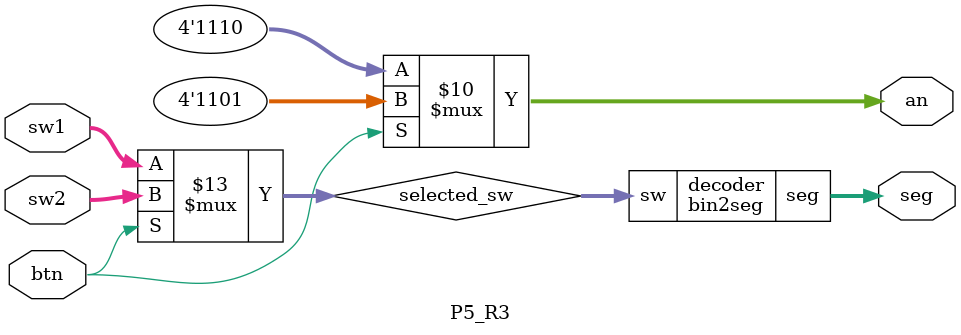
<source format=v>
`timescale 1ns / 1ps


`timescale 1ns / 1ps
//////////////////////////////////////////////////////////////////////////////////
// Company: 
// Engineer: 
// 
// Create Date: 10/09/2024 03:38:29 PM
// Design Name: 
// Module Name: P5_R2
// Project Name: 
// Target Devices: 
// Tool Versions: 
// Description: 
// 
// Dependencies: 
// 
// Revision:
// Revision 0.01 - File Created
// Additional Comments:
// 
//////////////////////////////////////////////////////////////////////////////////

module bin2seg (
    input [3:0] sw,    
    output reg [6:0] seg 
);
    always @(*) begin
        case (sw)
            4'b0000: seg = 7'b1000000; // 0
            4'b0001: seg = 7'b1111001; // 1
            4'b0010: seg = 7'b0100100; // 2 
            4'b0011: seg = 7'b0110000; // 3 
            4'b0100: seg = 7'b0011001; // 4 
            4'b0101: seg = 7'b0010010; // 5 
            4'b0110: seg = 7'b0000010; // 6 
            4'b0111: seg = 7'b1111000; // 7 
            4'b1000: seg = 7'b0000000; // 8
            4'b1001: seg = 7'b0010000; // 9
            4'b1010: seg = 7'b0001000; // A
            4'b1011: seg = 7'b0000011; // b
            4'b1100: seg = 7'b1000110; // C
            4'b1101: seg = 7'b0100001; // d
            4'b1110: seg = 7'b0000110; // E
            4'b1111: seg = 7'b0001110; // F
            default: seg = 7'b1111111; // Blank
        endcase
    end
endmodule

module P5_R3 (
     input [3:0] sw1,        // 4-bit binary input for digit 1
    input [3:0] sw2,        // 4-bit binary input for digit 2
    input btn,              // Button input for selecting digit
    output [6:0] seg,       // 7-segment display output
    output reg [3:0] an     // 4-digit display anodes (active-low)
);

    reg [3:0] selected_sw; 
    wire btn_state;         
    reg [1:0] digit_enable; 

 
    always @(*) begin
        if (btn) 
            selected_sw = sw2;  // show second digit
        else 
            selected_sw = sw1;  // ]show first digit
    end

    
    bin2seg decoder(
        .sw(selected_sw),   
        .seg(seg)
    );

    
    always @(*) begin
        if (btn) begin
            an = 4'b1101; // second digit (active low)
        end else begin
            an = 4'b1110; // first digit active low)
        end
    end

endmodule
    


</source>
